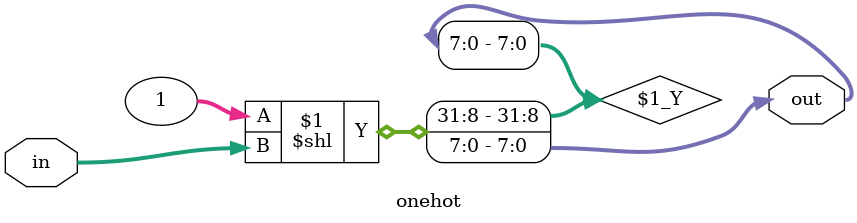
<source format=sv>
`timescale 1ns / 1ps


module onehot(
    input logic [2:0] in,
    output logic [7:0] out
    );
    
    assign out=1<<in;
endmodule

</source>
